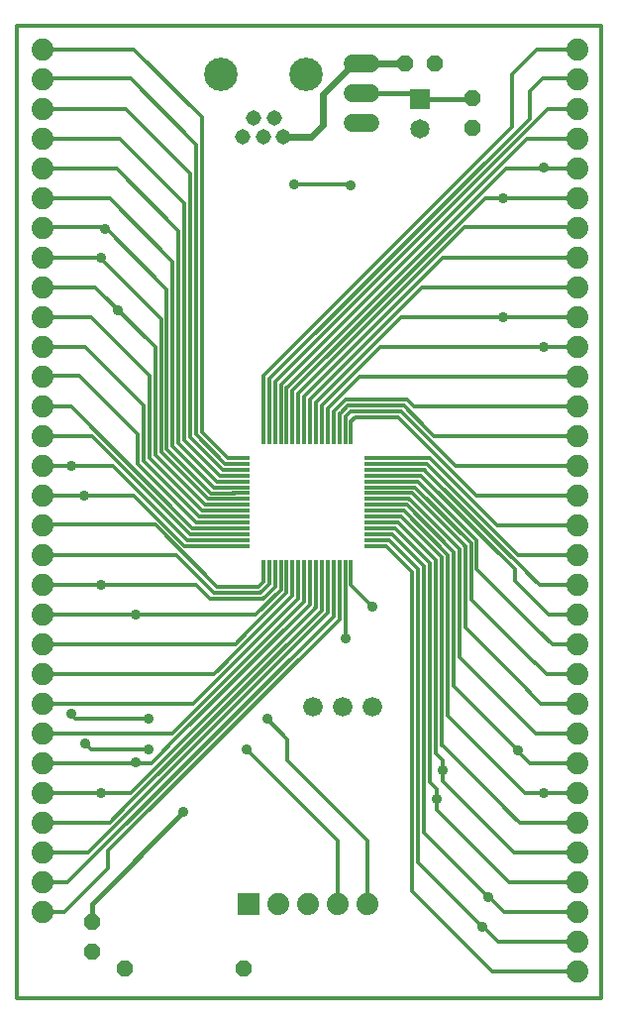
<source format=gtl>
G75*
G70*
%OFA0B0*%
%FSLAX24Y24*%
%IPPOS*%
%LPD*%
%AMOC8*
5,1,8,0,0,1.08239X$1,22.5*
%
%ADD10C,0.0120*%
%ADD11R,0.0591X0.0118*%
%ADD12R,0.0118X0.0591*%
%ADD13C,0.0660*%
%ADD14C,0.0600*%
%ADD15OC8,0.0520*%
%ADD16R,0.0650X0.0650*%
%ADD17C,0.0650*%
%ADD18C,0.0515*%
%ADD19C,0.1122*%
%ADD20R,0.0740X0.0740*%
%ADD21C,0.0740*%
%ADD22C,0.0356*%
%ADD23C,0.0240*%
%ADD24C,0.0160*%
%ADD25C,0.0742*%
D10*
X000168Y000170D02*
X019853Y000170D01*
X019853Y032847D01*
X000168Y032847D01*
X000168Y000170D01*
X001054Y003064D02*
X001783Y003064D01*
X003239Y004520D01*
X003239Y005111D01*
X011034Y012906D01*
X011034Y014402D01*
X011231Y014384D02*
X011231Y012810D01*
X011231Y012828D02*
X011231Y012257D01*
X010837Y013006D02*
X010837Y014384D01*
X010640Y014384D02*
X010640Y013146D01*
X010611Y013076D02*
X003061Y005526D01*
X003160Y005623D02*
X002590Y005052D01*
X001054Y005052D01*
X001054Y006056D02*
X003298Y006056D01*
X003849Y006607D01*
X003750Y006510D02*
X010443Y013203D01*
X010443Y014384D01*
X010246Y014384D02*
X010246Y013343D01*
X010217Y013272D02*
X004439Y007495D01*
X004479Y007532D02*
X004007Y007060D01*
X001054Y007060D01*
X001054Y008064D02*
X004716Y008064D01*
X005267Y008615D01*
X005128Y008479D02*
X010050Y013400D01*
X010050Y014384D01*
X009853Y014384D02*
X009853Y013499D01*
X005817Y009463D01*
X005975Y009619D02*
X005424Y009068D01*
X001054Y009068D01*
X001054Y010052D02*
X006113Y010052D01*
X006546Y010485D01*
X006506Y010447D02*
X009656Y013597D01*
X009656Y014384D01*
X009459Y014384D02*
X009459Y013695D01*
X007195Y011432D01*
X007235Y011469D02*
X006822Y011056D01*
X001054Y011056D01*
X001054Y012060D02*
X007531Y012060D01*
X007924Y012454D01*
X007884Y012416D02*
X009262Y013794D01*
X009262Y014384D01*
X009066Y014402D02*
X009066Y013891D01*
X008220Y013044D01*
X001054Y013044D01*
X001054Y014068D02*
X006212Y014068D01*
X006684Y013595D01*
X006802Y013595D01*
X006703Y013597D02*
X008433Y013597D01*
X008504Y013626D02*
X008868Y013991D01*
X008868Y014384D01*
X008672Y014384D02*
X008672Y014089D01*
X008406Y013823D01*
X008335Y013794D02*
X006802Y013794D01*
X006802Y013792D02*
X005542Y015052D01*
X001054Y015052D01*
X001054Y016076D02*
X004834Y016076D01*
X006920Y013989D01*
X008298Y013989D01*
X008475Y014166D01*
X008475Y014402D01*
X008406Y013823D02*
X008394Y013813D01*
X008380Y013805D01*
X008366Y013799D01*
X008351Y013795D01*
X008335Y013794D01*
X008433Y013597D02*
X008449Y013598D01*
X008464Y013602D01*
X008478Y013608D01*
X008492Y013616D01*
X008504Y013626D01*
X007491Y015369D02*
X005817Y015369D01*
X005818Y015367D02*
X005897Y015367D01*
X005818Y015367D02*
X004125Y017060D01*
X001054Y017060D01*
X001054Y018044D02*
X003416Y018044D01*
X005897Y015564D01*
X005975Y015564D01*
X005916Y015565D02*
X007491Y015565D01*
X007471Y015761D02*
X006015Y015761D01*
X002708Y019068D01*
X001054Y019068D01*
X001054Y020052D02*
X001999Y020052D01*
X006094Y015957D01*
X007511Y015957D01*
X007491Y016156D02*
X006211Y016156D01*
X004242Y018125D01*
X004242Y019010D01*
X004243Y018989D02*
X004243Y019107D01*
X002275Y021076D01*
X001054Y021076D01*
X001054Y022060D02*
X002471Y022060D01*
X004440Y020091D01*
X004440Y019973D01*
X004439Y019995D02*
X004439Y018223D01*
X006309Y016353D01*
X007491Y016353D01*
X007491Y016550D02*
X006408Y016550D01*
X004636Y018321D01*
X004636Y020979D01*
X004637Y020918D02*
X004637Y021076D01*
X002668Y023044D01*
X001054Y023044D01*
X001054Y024068D02*
X002826Y024068D01*
X004834Y022060D01*
X004834Y021942D01*
X004833Y021963D02*
X004833Y018420D01*
X006506Y016747D01*
X007491Y016747D01*
X007491Y016943D02*
X006605Y016943D01*
X005030Y018518D01*
X005030Y022947D01*
X005031Y023005D02*
X005031Y022887D01*
X005031Y023005D02*
X002983Y025052D01*
X001054Y025052D01*
X001054Y026076D02*
X003141Y026076D01*
X005227Y023989D01*
X005227Y023910D01*
X005227Y023871D01*
X005227Y018635D01*
X006723Y017139D01*
X007511Y017139D01*
X007491Y017337D02*
X006802Y017337D01*
X005424Y018715D01*
X005424Y024874D01*
X005424Y024816D02*
X005424Y024934D01*
X003298Y027060D01*
X001054Y027060D01*
X001054Y028044D02*
X003534Y028044D01*
X005621Y025957D01*
X005621Y025800D01*
X005620Y025859D02*
X005620Y018814D01*
X006900Y017534D01*
X007491Y017534D01*
X007491Y017731D02*
X006998Y017731D01*
X005817Y018912D01*
X005817Y026843D01*
X005818Y026902D02*
X005818Y026784D01*
X005818Y026902D02*
X003653Y029068D01*
X001054Y029068D01*
X001054Y030052D02*
X003849Y030052D01*
X006015Y027887D01*
X006015Y027769D01*
X006014Y027827D02*
X006014Y019010D01*
X007097Y017928D01*
X007491Y017928D01*
X007491Y018125D02*
X007195Y018125D01*
X006211Y019109D01*
X006211Y028811D01*
X006212Y028753D02*
X006212Y028871D01*
X004007Y031076D01*
X001054Y031076D01*
X001054Y032060D02*
X004125Y032060D01*
X006409Y029776D01*
X006409Y019186D01*
X007275Y018320D01*
X007432Y018320D01*
X008475Y019306D02*
X008475Y021077D01*
X016841Y029443D01*
X016841Y031215D01*
X016842Y031213D02*
X017688Y032060D01*
X019027Y032060D01*
X019046Y031076D02*
X017865Y031076D01*
X017432Y030643D01*
X017432Y030524D01*
X017431Y030625D02*
X017431Y029739D01*
X008701Y021008D01*
X008672Y020937D02*
X008672Y019306D01*
X008868Y019306D02*
X008868Y020880D01*
X008869Y020879D02*
X008869Y020780D01*
X008869Y020879D02*
X018042Y030052D01*
X019027Y030052D01*
X019027Y029068D02*
X017353Y029068D01*
X009066Y020780D01*
X009065Y020782D02*
X009065Y019306D01*
X009262Y019306D02*
X009262Y020684D01*
X009263Y020682D02*
X016645Y028064D01*
X019007Y028064D01*
X019027Y027060D02*
X015936Y027060D01*
X009460Y020583D01*
X009459Y020585D02*
X009459Y019306D01*
X009656Y019306D02*
X009656Y020487D01*
X009657Y020485D02*
X015247Y026076D01*
X019027Y026076D01*
X019007Y025052D02*
X014519Y025052D01*
X009853Y020387D01*
X009853Y020388D02*
X009853Y019306D01*
X010050Y019306D02*
X010050Y020290D01*
X010050Y020288D02*
X013810Y024048D01*
X019027Y024048D01*
X019027Y023064D02*
X013121Y023064D01*
X010247Y020190D01*
X010246Y020191D02*
X010246Y019306D01*
X010443Y019306D02*
X010443Y020093D01*
X010444Y020091D02*
X012412Y022060D01*
X019027Y022060D01*
X019027Y021056D02*
X011704Y021056D01*
X010641Y019993D01*
X010640Y019995D02*
X010640Y019306D01*
X010837Y019306D02*
X010837Y019896D01*
X011231Y020290D01*
X011231Y020288D02*
X013298Y020288D01*
X013534Y020052D01*
X019027Y020052D01*
X019027Y019068D02*
X014223Y019068D01*
X013928Y019363D01*
X013987Y019306D02*
X013199Y020093D01*
X011329Y020093D01*
X011063Y019827D01*
X011034Y019756D02*
X011034Y019306D01*
X011231Y019306D02*
X011231Y019658D01*
X011260Y019729D02*
X011428Y019896D01*
X013101Y019896D01*
X014676Y018321D01*
X014617Y018379D02*
X014932Y018064D01*
X019027Y018064D01*
X019027Y017060D02*
X015641Y017060D01*
X015286Y017414D01*
X015365Y017337D02*
X013032Y019670D01*
X013042Y019658D02*
X013003Y019698D01*
X011586Y019698D01*
X011428Y019540D01*
X011428Y019304D01*
X011231Y019658D02*
X011232Y019674D01*
X011236Y019689D01*
X011242Y019703D01*
X011250Y019717D01*
X011260Y019729D01*
X011063Y019827D02*
X011053Y019815D01*
X011045Y019801D01*
X011039Y019787D01*
X011035Y019772D01*
X011034Y019756D01*
X012412Y018321D02*
X014044Y018321D01*
X014114Y018292D02*
X016054Y016353D01*
X015877Y016528D02*
X016349Y016056D01*
X019007Y016056D01*
X019027Y015052D02*
X017058Y015052D01*
X016645Y015465D01*
X016742Y015369D02*
X013987Y018125D01*
X012412Y018125D01*
X012412Y017928D02*
X013847Y017928D01*
X013917Y017898D02*
X017431Y014384D01*
X017353Y014461D02*
X017767Y014048D01*
X019027Y014048D01*
X019027Y013044D02*
X018082Y013044D01*
X016940Y014186D01*
X016940Y014580D01*
X013790Y017729D01*
X013790Y017731D02*
X012412Y017731D01*
X012412Y017534D02*
X013691Y017534D01*
X015660Y015565D01*
X015660Y014581D01*
X017825Y012416D01*
X017727Y012513D02*
X018200Y012040D01*
X019027Y012040D01*
X019007Y011056D02*
X018003Y011056D01*
X017609Y011450D01*
X017628Y011432D02*
X015492Y013568D01*
X015463Y013638D02*
X015463Y015467D01*
X013593Y017337D01*
X012412Y017337D01*
X012412Y017140D02*
X013494Y017140D01*
X015237Y015398D01*
X015266Y015327D02*
X015266Y012613D01*
X017431Y010447D01*
X017353Y010524D02*
X017826Y010052D01*
X019027Y010052D01*
X019027Y009048D02*
X017649Y009048D01*
X017196Y009501D01*
X017235Y009463D02*
X015099Y011599D01*
X015069Y011670D02*
X015069Y015270D01*
X013425Y016914D01*
X013355Y016943D02*
X012412Y016943D01*
X012412Y016747D02*
X013298Y016747D01*
X014843Y015201D01*
X014872Y015130D02*
X014872Y010644D01*
X017038Y008479D01*
X017019Y008497D02*
X017452Y008064D01*
X019027Y008064D01*
X019027Y007060D02*
X017275Y007060D01*
X016802Y007532D01*
X016841Y007495D02*
X014705Y009631D01*
X014676Y009701D02*
X014676Y015073D01*
X013199Y016550D01*
X012412Y016550D01*
X012412Y016353D02*
X013101Y016353D01*
X014479Y014975D01*
X014479Y008717D01*
X014508Y008646D02*
X016644Y006510D01*
X016586Y006568D02*
X017097Y006056D01*
X019027Y006056D01*
X019007Y005052D02*
X016920Y005052D01*
X014499Y007473D01*
X014499Y008162D01*
X014283Y008379D01*
X014283Y014875D01*
X014243Y014914D01*
X014282Y014876D02*
X013002Y016156D01*
X012412Y016156D01*
X012412Y015959D02*
X012904Y015959D01*
X014085Y014778D01*
X014085Y007418D01*
X014086Y007414D02*
X014302Y007198D01*
X014302Y006489D01*
X016743Y004048D01*
X019027Y004048D01*
X019027Y003044D02*
X016566Y003044D01*
X016034Y003576D01*
X016054Y003558D02*
X013888Y005723D01*
X013888Y014680D01*
X013889Y014678D02*
X012806Y015761D01*
X012393Y015761D01*
X012412Y015565D02*
X012707Y015565D01*
X013691Y014581D01*
X013691Y004739D01*
X015857Y002573D01*
X015838Y002591D02*
X016369Y002060D01*
X019007Y002060D01*
X019027Y001056D02*
X016192Y001056D01*
X015562Y001686D01*
X015660Y001589D02*
X013494Y003754D01*
X013494Y014483D01*
X013494Y014495D02*
X012620Y015369D01*
X012402Y015369D01*
X011428Y014363D02*
X011428Y014048D01*
X012137Y013339D01*
X010837Y013006D02*
X002372Y004542D01*
X002452Y004619D02*
X001881Y004048D01*
X001054Y004048D01*
X002668Y008536D02*
X004617Y008536D01*
X004617Y009540D02*
X002157Y009540D01*
X001999Y009698D01*
X002471Y008733D02*
X002668Y008536D01*
X007905Y008536D02*
X010975Y005465D01*
X010975Y003320D01*
X011979Y003320D02*
X011979Y005465D01*
X009283Y008162D01*
X009283Y008871D01*
X008613Y009540D01*
X010611Y013075D02*
X010621Y013087D01*
X010629Y013101D01*
X010635Y013115D01*
X010639Y013130D01*
X010640Y013146D01*
X010246Y013343D02*
X010245Y013327D01*
X010241Y013312D01*
X010235Y013298D01*
X010227Y013284D01*
X010217Y013272D01*
X013355Y016943D02*
X013371Y016942D01*
X013386Y016938D01*
X013400Y016932D01*
X013414Y016924D01*
X013426Y016914D01*
X013847Y017928D02*
X013863Y017927D01*
X013878Y017923D01*
X013892Y017917D01*
X013906Y017909D01*
X013918Y017899D01*
X014115Y018292D02*
X014103Y018302D01*
X014089Y018310D01*
X014075Y018316D01*
X014060Y018320D01*
X014044Y018321D01*
X015237Y015398D02*
X015247Y015386D01*
X015255Y015372D01*
X015261Y015358D01*
X015265Y015343D01*
X015266Y015327D01*
X014872Y015130D02*
X014871Y015146D01*
X014867Y015161D01*
X014861Y015175D01*
X014853Y015189D01*
X014843Y015201D01*
X015463Y013638D02*
X015464Y013622D01*
X015468Y013607D01*
X015474Y013593D01*
X015482Y013579D01*
X015492Y013567D01*
X015069Y011670D02*
X015070Y011654D01*
X015074Y011639D01*
X015080Y011625D01*
X015088Y011611D01*
X015098Y011599D01*
X014676Y009701D02*
X014677Y009685D01*
X014681Y009670D01*
X014687Y009656D01*
X014695Y009642D01*
X014705Y009630D01*
X014479Y008717D02*
X014480Y008701D01*
X014484Y008686D01*
X014490Y008672D01*
X014498Y008658D01*
X014508Y008646D01*
X008672Y020937D02*
X008673Y020953D01*
X008677Y020968D01*
X008683Y020982D01*
X008691Y020996D01*
X008701Y021008D01*
X009519Y027513D02*
X011409Y027513D01*
D11*
X012195Y018321D03*
X012195Y018125D03*
X012195Y017928D03*
X012195Y017731D03*
X012195Y017534D03*
X012195Y017337D03*
X012195Y017140D03*
X012195Y016943D03*
X012195Y016747D03*
X012195Y016550D03*
X012195Y016353D03*
X012195Y016156D03*
X012195Y015959D03*
X012195Y015762D03*
X012195Y015565D03*
X012195Y015369D03*
X007707Y015369D03*
X007707Y015565D03*
X007707Y015762D03*
X007707Y015959D03*
X007707Y016156D03*
X007707Y016353D03*
X007707Y016550D03*
X007707Y016747D03*
X007707Y016943D03*
X007707Y017140D03*
X007707Y017337D03*
X007707Y017534D03*
X007707Y017731D03*
X007707Y017928D03*
X007707Y018125D03*
X007707Y018321D03*
D12*
X008475Y019089D03*
X008672Y019089D03*
X008868Y019089D03*
X009065Y019089D03*
X009262Y019089D03*
X009459Y019089D03*
X009656Y019089D03*
X009853Y019089D03*
X010050Y019089D03*
X010246Y019089D03*
X010443Y019089D03*
X010640Y019089D03*
X010837Y019089D03*
X011034Y019089D03*
X011231Y019089D03*
X011428Y019089D03*
X011428Y014601D03*
X011231Y014601D03*
X011034Y014601D03*
X010837Y014601D03*
X010640Y014601D03*
X010443Y014601D03*
X010246Y014601D03*
X010050Y014601D03*
X009853Y014601D03*
X009656Y014601D03*
X009459Y014601D03*
X009262Y014601D03*
X009065Y014601D03*
X008868Y014601D03*
X008672Y014601D03*
X008475Y014601D03*
D13*
X010133Y009973D03*
X011133Y009973D03*
X012133Y009973D03*
D14*
X012090Y029587D02*
X011490Y029587D01*
X011490Y030587D02*
X012090Y030587D01*
X012090Y031587D02*
X011490Y031587D01*
D15*
X013231Y031595D03*
X014231Y031595D03*
X015527Y030410D03*
X015527Y029410D03*
X002716Y002717D03*
X002716Y001717D03*
X003798Y001162D03*
X007798Y001162D03*
D16*
X013731Y030391D03*
D17*
X013731Y029391D03*
D18*
X009141Y029125D03*
X008831Y029745D03*
X008471Y029125D03*
X008141Y029745D03*
X007771Y029125D03*
D19*
X007034Y031225D03*
X009909Y031225D03*
D20*
X007975Y003333D03*
D21*
X008975Y003333D03*
X009975Y003333D03*
X010975Y003333D03*
X011975Y003333D03*
D22*
X014302Y006843D03*
X014499Y007808D03*
X017038Y008477D03*
X017924Y007060D03*
X016054Y003556D03*
X015857Y002572D03*
X011231Y012257D03*
X012137Y013339D03*
X008613Y009540D03*
X007905Y008536D03*
X005779Y006410D03*
X004617Y008536D03*
X004184Y008083D03*
X004617Y009540D03*
X003003Y007060D03*
X002471Y008733D03*
X001999Y009717D03*
X004184Y013044D03*
X003003Y014068D03*
X002452Y017060D03*
X001999Y018044D03*
X003594Y023280D03*
X003003Y025052D03*
X003141Y026036D03*
X009519Y027513D03*
X011409Y027493D03*
X016546Y027040D03*
X017905Y028083D03*
X016546Y023044D03*
X017924Y022060D03*
D23*
X013220Y031587D02*
X011507Y031587D01*
X010483Y030564D01*
X010483Y029520D01*
X010090Y029127D01*
X009184Y029127D01*
D24*
X011783Y030583D02*
X013554Y030583D01*
X013731Y030406D01*
X015523Y030406D01*
X005779Y006410D02*
X002708Y003339D01*
X002708Y002729D01*
D25*
X001042Y003065D03*
X001042Y004065D03*
X001042Y005065D03*
X001042Y006065D03*
X001042Y007065D03*
X001042Y008065D03*
X001042Y009065D03*
X001042Y010065D03*
X001042Y011065D03*
X001042Y012065D03*
X001042Y013065D03*
X001042Y014065D03*
X001042Y015065D03*
X001042Y016065D03*
X001042Y017065D03*
X001042Y018065D03*
X001042Y019065D03*
X001042Y020065D03*
X001042Y021065D03*
X001042Y022065D03*
X001042Y023065D03*
X001042Y024065D03*
X001042Y025065D03*
X001042Y026065D03*
X001042Y027065D03*
X001042Y028065D03*
X001042Y029065D03*
X001042Y030065D03*
X001042Y031065D03*
X001042Y032065D03*
X019042Y032065D03*
X019042Y031065D03*
X019042Y030065D03*
X019042Y029065D03*
X019042Y028065D03*
X019042Y027065D03*
X019042Y026065D03*
X019042Y025065D03*
X019042Y024065D03*
X019042Y023065D03*
X019042Y022065D03*
X019042Y021065D03*
X019042Y020065D03*
X019042Y019065D03*
X019042Y018065D03*
X019042Y017065D03*
X019042Y016065D03*
X019042Y015065D03*
X019042Y014065D03*
X019042Y013065D03*
X019042Y012065D03*
X019042Y011065D03*
X019042Y010065D03*
X019042Y009065D03*
X019042Y008065D03*
X019042Y007065D03*
X019042Y006065D03*
X019042Y005065D03*
X019042Y004065D03*
X019042Y003065D03*
X019042Y002065D03*
X019042Y001065D03*
M02*

</source>
